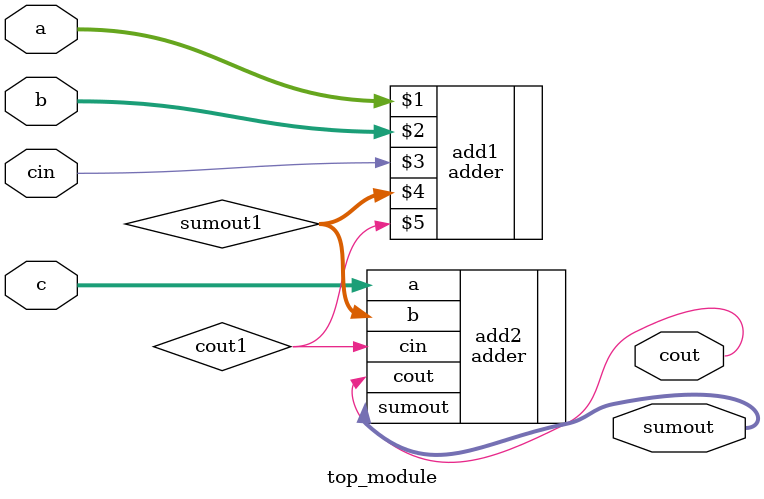
<source format=v>
module top_module
(
    input  [2:0] a, b, c,
    input cin,
    output [2:0] sumout,
    output cout
);

	wire  cout1;
	wire [2:0] sumout1;	

	adder add1 (a, b, cin, sumout1, cout1);
	adder add2 (.a(c), .b(sumout1), .cin(cout1), .sumout(sumout), .cout(cout));

endmodule

</source>
